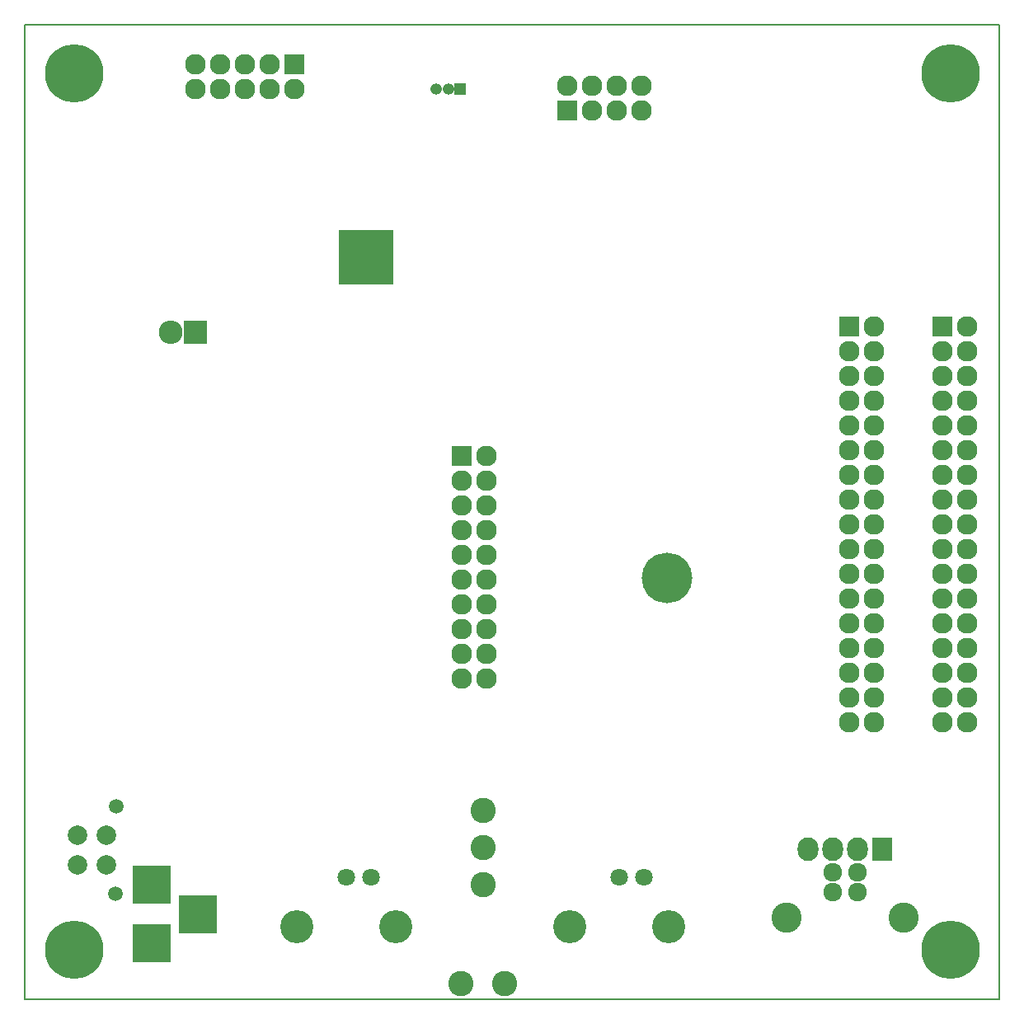
<source format=gbr>
G04 #@! TF.FileFunction,Soldermask,Bot*
%FSLAX46Y46*%
G04 Gerber Fmt 4.6, Leading zero omitted, Abs format (unit mm)*
G04 Created by KiCad (PCBNEW 4.0.2-stable) date Montag, 04. Dezember 2017 'u31' 15:31:44*
%MOMM*%
G01*
G04 APERTURE LIST*
%ADD10C,0.100000*%
%ADD11C,0.150000*%
%ADD12C,6.000000*%
%ADD13C,2.600000*%
%ADD14R,3.900120X3.900120*%
%ADD15R,2.127200X2.127200*%
%ADD16O,2.127200X2.127200*%
%ADD17C,1.800000*%
%ADD18C,3.400000*%
%ADD19R,5.650000X5.650000*%
%ADD20R,2.432000X2.432000*%
%ADD21O,2.432000X2.432000*%
%ADD22R,2.127200X2.432000*%
%ADD23O,2.127200X2.432000*%
%ADD24O,5.200000X5.200000*%
%ADD25C,1.924000*%
%ADD26C,3.100020*%
%ADD27R,1.200000X1.200000*%
%ADD28O,1.200000X1.200000*%
%ADD29C,1.500000*%
%ADD30C,2.000000*%
G04 APERTURE END LIST*
D10*
D11*
X100000000Y-150000000D02*
X100000000Y-50000000D01*
X200000000Y-150000000D02*
X100000000Y-150000000D01*
X200000000Y-50000000D02*
X200000000Y-150000000D01*
X100000000Y-50000000D02*
X200000000Y-50000000D01*
D12*
X105000000Y-55000000D03*
X195000000Y-55000000D03*
X195000000Y-145000000D03*
X105000000Y-145000000D03*
D13*
X147000000Y-138240000D03*
X147000000Y-134430000D03*
X147000000Y-130620000D03*
X144775000Y-148400000D03*
X149225000Y-148400000D03*
D14*
X113000000Y-138299860D03*
X113000000Y-144299340D03*
X117699000Y-141299600D03*
D15*
X155660000Y-58800000D03*
D16*
X155660000Y-56260000D03*
X158200000Y-58800000D03*
X158200000Y-56260000D03*
X160740000Y-58800000D03*
X160740000Y-56260000D03*
X163280000Y-58800000D03*
X163280000Y-56260000D03*
D17*
X133000000Y-137550000D03*
X135540000Y-137550000D03*
D18*
X127920000Y-142630000D03*
X138080000Y-142630000D03*
D19*
X135000000Y-73850000D03*
D20*
X117467938Y-81505332D03*
D21*
X114927938Y-81505332D03*
D15*
X127660000Y-54000000D03*
D16*
X127660000Y-56540000D03*
X125120000Y-54000000D03*
X125120000Y-56540000D03*
X122580000Y-54000000D03*
X122580000Y-56540000D03*
X120040000Y-54000000D03*
X120040000Y-56540000D03*
X117500000Y-54000000D03*
X117500000Y-56540000D03*
D17*
X161000000Y-137550000D03*
X163540000Y-137550000D03*
D18*
X155920000Y-142630000D03*
X166080000Y-142630000D03*
D15*
X184600000Y-80950000D03*
D16*
X187140000Y-80950000D03*
X184600000Y-83490000D03*
X187140000Y-83490000D03*
X184600000Y-86030000D03*
X187140000Y-86030000D03*
X184600000Y-88570000D03*
X187140000Y-88570000D03*
X184600000Y-91110000D03*
X187140000Y-91110000D03*
X184600000Y-93650000D03*
X187140000Y-93650000D03*
X184600000Y-96190000D03*
X187140000Y-96190000D03*
X184600000Y-98730000D03*
X187140000Y-98730000D03*
X184600000Y-101270000D03*
X187140000Y-101270000D03*
X184600000Y-103810000D03*
X187140000Y-103810000D03*
X184600000Y-106350000D03*
X187140000Y-106350000D03*
X184600000Y-108890000D03*
X187140000Y-108890000D03*
X184600000Y-111430000D03*
X187140000Y-111430000D03*
X184600000Y-113970000D03*
X187140000Y-113970000D03*
X184600000Y-116510000D03*
X187140000Y-116510000D03*
X184600000Y-119050000D03*
X187140000Y-119050000D03*
X184600000Y-121590000D03*
X187140000Y-121590000D03*
D15*
X194160000Y-80950000D03*
D16*
X196700000Y-80950000D03*
X194160000Y-83490000D03*
X196700000Y-83490000D03*
X194160000Y-86030000D03*
X196700000Y-86030000D03*
X194160000Y-88570000D03*
X196700000Y-88570000D03*
X194160000Y-91110000D03*
X196700000Y-91110000D03*
X194160000Y-93650000D03*
X196700000Y-93650000D03*
X194160000Y-96190000D03*
X196700000Y-96190000D03*
X194160000Y-98730000D03*
X196700000Y-98730000D03*
X194160000Y-101270000D03*
X196700000Y-101270000D03*
X194160000Y-103810000D03*
X196700000Y-103810000D03*
X194160000Y-106350000D03*
X196700000Y-106350000D03*
X194160000Y-108890000D03*
X196700000Y-108890000D03*
X194160000Y-111430000D03*
X196700000Y-111430000D03*
X194160000Y-113970000D03*
X196700000Y-113970000D03*
X194160000Y-116510000D03*
X196700000Y-116510000D03*
X194160000Y-119050000D03*
X196700000Y-119050000D03*
X194160000Y-121590000D03*
X196700000Y-121590000D03*
D15*
X144860000Y-94280000D03*
D16*
X147400000Y-94280000D03*
X144860000Y-96820000D03*
X147400000Y-96820000D03*
X144860000Y-99360000D03*
X147400000Y-99360000D03*
X144860000Y-101900000D03*
X147400000Y-101900000D03*
X144860000Y-104440000D03*
X147400000Y-104440000D03*
X144860000Y-106980000D03*
X147400000Y-106980000D03*
X144860000Y-109520000D03*
X147400000Y-109520000D03*
X144860000Y-112060000D03*
X147400000Y-112060000D03*
X144860000Y-114600000D03*
X147400000Y-114600000D03*
X144860000Y-117140000D03*
X147400000Y-117140000D03*
D22*
X188040000Y-134600000D03*
D23*
X185500000Y-134600000D03*
X182960000Y-134600000D03*
X180420000Y-134600000D03*
D24*
X165900000Y-106800000D03*
D25*
X182960000Y-137000000D03*
X185500000Y-137000000D03*
X185500000Y-138998980D03*
X182960000Y-138998980D03*
D26*
X178230520Y-141699000D03*
X190229480Y-141699000D03*
D27*
X144700000Y-56600000D03*
D28*
X143450000Y-56600000D03*
X142200000Y-56600000D03*
D29*
X109360000Y-130200000D03*
D30*
X105360000Y-136200000D03*
X105360000Y-133200000D03*
X108360000Y-136200000D03*
X108360000Y-133200000D03*
D29*
X109300000Y-139200000D03*
M02*

</source>
